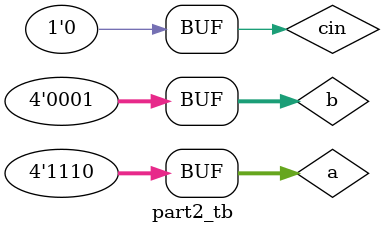
<source format=v>
module part2_tb;

	// Declaring inputs as reg
	reg [3:0] a,b; reg cin;
	// Declaring outputs as wire
	wire [3:0] s; wire cout;
	
	// Creating an instance of the module under test
	part2 part2_test(a,b,cin,s,cout);
	
	// test selective values
	initial
	begin
		a=4'h3; b=4'h4; cin=0; #10;// expect s=4'b0111,cout=0
		a=4'h7; b=4'he; cin=0; #10;// expect s=4'b0101,cout=1
		a=4'h9; b=4'h8; cin=1; #10;// expect s=4'b0010,cout=1
		a=4'ha; b=4'hf; cin=1; #10;// expect s=4'b1010,cout=1
		a=4'he; b=4'h1; cin=0; #10;// expect s=4'b1111,cout=0
	end


endmodule


</source>
